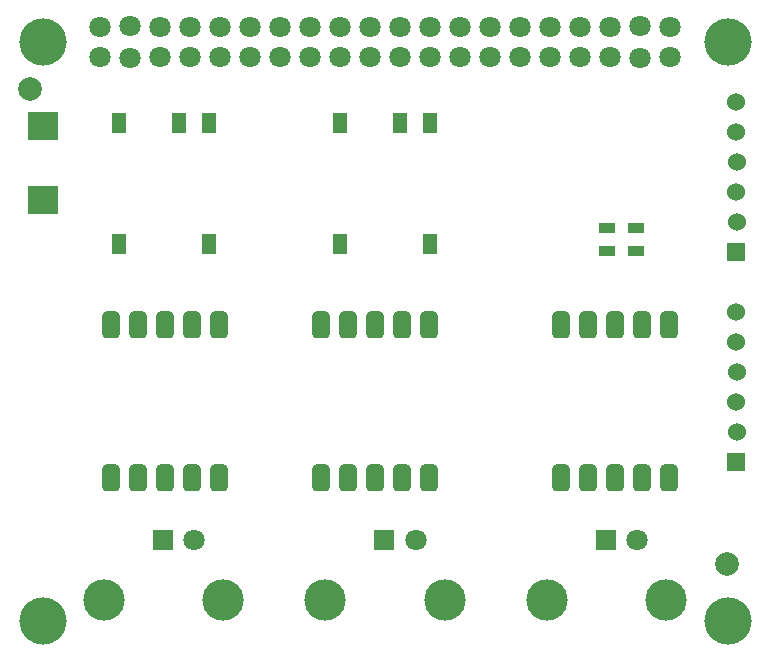
<source format=gbr>
%TF.GenerationSoftware,KiCad,Pcbnew,(6.0.0-0)*%
%TF.CreationDate,2022-01-12T23:13:02-08:00*%
%TF.ProjectId,tentacle-raspi,74656e74-6163-46c6-952d-72617370692e,1.0*%
%TF.SameCoordinates,Original*%
%TF.FileFunction,Soldermask,Top*%
%TF.FilePolarity,Negative*%
%FSLAX46Y46*%
G04 Gerber Fmt 4.6, Leading zero omitted, Abs format (unit mm)*
G04 Created by KiCad (PCBNEW (6.0.0-0)) date 2022-01-12 23:13:02*
%MOMM*%
%LPD*%
G01*
G04 APERTURE LIST*
G04 Aperture macros list*
%AMRoundRect*
0 Rectangle with rounded corners*
0 $1 Rounding radius*
0 $2 $3 $4 $5 $6 $7 $8 $9 X,Y pos of 4 corners*
0 Add a 4 corners polygon primitive as box body*
4,1,4,$2,$3,$4,$5,$6,$7,$8,$9,$2,$3,0*
0 Add four circle primitives for the rounded corners*
1,1,$1+$1,$2,$3*
1,1,$1+$1,$4,$5*
1,1,$1+$1,$6,$7*
1,1,$1+$1,$8,$9*
0 Add four rect primitives between the rounded corners*
20,1,$1+$1,$2,$3,$4,$5,0*
20,1,$1+$1,$4,$5,$6,$7,0*
20,1,$1+$1,$6,$7,$8,$9,0*
20,1,$1+$1,$8,$9,$2,$3,0*%
G04 Aperture macros list end*
%ADD10C,2.000000*%
%ADD11C,4.000000*%
%ADD12R,2.600000X2.370000*%
%ADD13R,1.200000X1.800000*%
%ADD14R,1.524000X1.524000*%
%ADD15C,1.524000*%
%ADD16C,3.500000*%
%ADD17R,1.800000X1.800000*%
%ADD18C,1.800000*%
%ADD19R,1.397000X0.889000*%
%ADD20RoundRect,0.381000X0.381000X-0.762000X0.381000X0.762000X-0.381000X0.762000X-0.381000X-0.762000X0*%
G04 APERTURE END LIST*
D10*
%TO.C,fiducial*%
X107950000Y-65024000D03*
%TD*%
%TO.C,fiducial*%
X166942000Y-105206500D03*
%TD*%
D11*
%TO.C,PI_Board*%
X109000000Y-110000000D03*
X167000000Y-110000000D03*
X167000000Y-61000000D03*
X109000000Y-61000000D03*
%TD*%
D12*
%TO.C,C101*%
X109000000Y-68130000D03*
X109000000Y-74370000D03*
%TD*%
D13*
%TO.C,DCDC201*%
X123060000Y-67900000D03*
X120520000Y-67900000D03*
X115440000Y-67900000D03*
X115440000Y-78100000D03*
X123060000Y-78100000D03*
%TD*%
%TO.C,DCDC301*%
X141810000Y-67900000D03*
X139270000Y-67900000D03*
X134190000Y-67900000D03*
X134190000Y-78100000D03*
X141810000Y-78100000D03*
%TD*%
D14*
%TO.C,P101*%
X167750000Y-78820000D03*
D15*
X167813500Y-76280000D03*
X167686500Y-73740000D03*
X167813500Y-71200000D03*
X167686500Y-68660000D03*
X167750000Y-66120000D03*
%TD*%
D16*
%TO.C,P201*%
X114186500Y-108250000D03*
X124313500Y-108250000D03*
D17*
X119186500Y-103170000D03*
D18*
X121853500Y-103170000D03*
%TD*%
D16*
%TO.C,P301*%
X132936500Y-108250000D03*
X143063500Y-108250000D03*
D17*
X137936500Y-103170000D03*
D18*
X140603500Y-103170000D03*
%TD*%
D16*
%TO.C,P401*%
X161813500Y-108250000D03*
X151686500Y-108250000D03*
D17*
X156686500Y-103170000D03*
D18*
X159353500Y-103170000D03*
%TD*%
%TO.C,PI_BOARD101*%
X113870000Y-62270000D03*
X113870000Y-59730000D03*
X116410000Y-62333500D03*
X116410000Y-59666500D03*
X118950000Y-62270000D03*
X118950000Y-59730000D03*
X121490000Y-62270000D03*
X121490000Y-59730000D03*
X124030000Y-62270000D03*
X124030000Y-59730000D03*
X126570000Y-62270000D03*
X126570000Y-59730000D03*
X129110000Y-62270000D03*
X129110000Y-59730000D03*
X131650000Y-62270000D03*
X131650000Y-59730000D03*
X134190000Y-62270000D03*
X134190000Y-59730000D03*
X136730000Y-62270000D03*
X136730000Y-59730000D03*
X139270000Y-62270000D03*
X139270000Y-59730000D03*
X141810000Y-62270000D03*
X141810000Y-59730000D03*
X144350000Y-62270000D03*
X144350000Y-59730000D03*
X146890000Y-62270000D03*
X146890000Y-59730000D03*
X149430000Y-62270000D03*
X149430000Y-59730000D03*
X151970000Y-62270000D03*
X151970000Y-59730000D03*
X154510000Y-62270000D03*
X154510000Y-59730000D03*
X157050000Y-62270000D03*
X157050000Y-59730000D03*
X159590000Y-62333500D03*
X159590000Y-59666500D03*
X162130000Y-62270000D03*
X162130000Y-59730000D03*
%TD*%
D19*
%TO.C,R101*%
X156750000Y-78702500D03*
X156750000Y-76797500D03*
%TD*%
%TO.C,R102*%
X159250000Y-78702500D03*
X159250000Y-76797500D03*
%TD*%
D20*
%TO.C,STP201*%
X114780000Y-97890000D03*
X117080000Y-97890000D03*
X119380000Y-97890000D03*
X121680000Y-97890000D03*
X123980000Y-97890000D03*
X114780000Y-84990000D03*
X117080000Y-84990000D03*
X119380000Y-84990000D03*
X121680000Y-84990000D03*
X123980000Y-84990000D03*
%TD*%
%TO.C,STP301*%
X132560000Y-97890000D03*
X134860000Y-97890000D03*
X137160000Y-97890000D03*
X139460000Y-97890000D03*
X141760000Y-97890000D03*
X132560000Y-84990000D03*
X134860000Y-84990000D03*
X137160000Y-84990000D03*
X139460000Y-84990000D03*
X141760000Y-84990000D03*
%TD*%
%TO.C,STP401*%
X152880000Y-97890000D03*
X155180000Y-97890000D03*
X157480000Y-97890000D03*
X159780000Y-97890000D03*
X162080000Y-97890000D03*
X152880000Y-84990000D03*
X155180000Y-84990000D03*
X157480000Y-84990000D03*
X159780000Y-84990000D03*
X162080000Y-84990000D03*
%TD*%
D14*
%TO.C,P102*%
X167750000Y-96600000D03*
D15*
X167813500Y-94060000D03*
X167686500Y-91520000D03*
X167813500Y-88980000D03*
X167686500Y-86440000D03*
X167750000Y-83900000D03*
%TD*%
M02*

</source>
